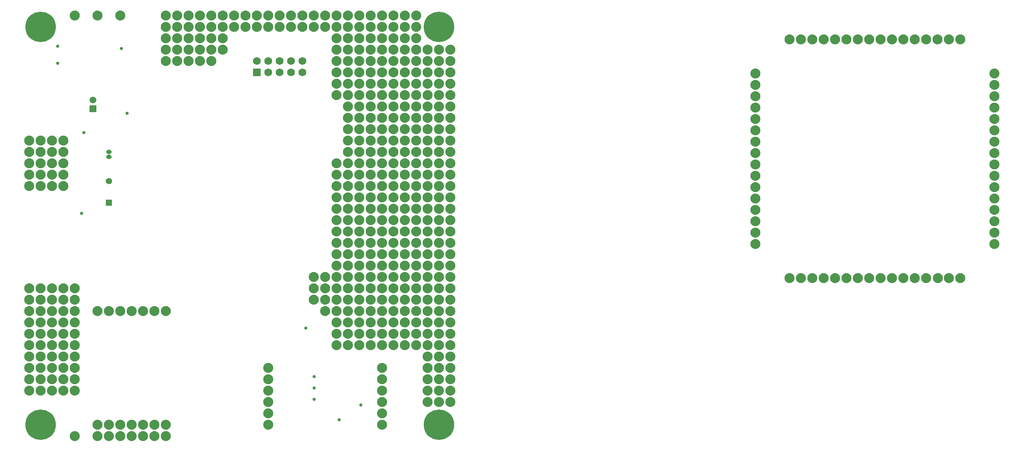
<source format=gbs>
G04 Layer_Color=8150272*
%FSLAX25Y25*%
%MOIN*%
G70*
G01*
G75*
%ADD58C,0.08800*%
%ADD59C,0.05918*%
%ADD60R,0.05918X0.05918*%
%ADD61C,0.26784*%
%ADD62C,0.06800*%
%ADD63R,0.06800X0.06800*%
%ADD64R,0.05524X0.05524*%
%ADD65C,0.05524*%
%ADD66O,0.04737X0.03753*%
%ADD67C,0.02800*%
D58*
X688000Y269000D02*
D03*
Y279000D02*
D03*
Y289000D02*
D03*
Y299000D02*
D03*
X798000Y189000D02*
D03*
X788000D02*
D03*
X738000D02*
D03*
X728000D02*
D03*
X898000Y259000D02*
D03*
Y269000D02*
D03*
Y279000D02*
D03*
Y289000D02*
D03*
X818000Y399000D02*
D03*
X848000D02*
D03*
X838000D02*
D03*
X828000D02*
D03*
X90000Y420000D02*
D03*
Y50000D02*
D03*
X170000D02*
D03*
Y60000D02*
D03*
X120000D02*
D03*
X110000D02*
D03*
X170000Y160000D02*
D03*
X160000D02*
D03*
X150000D02*
D03*
X140000D02*
D03*
X130000D02*
D03*
X120000D02*
D03*
X110000D02*
D03*
X160000Y50000D02*
D03*
Y60000D02*
D03*
X150000Y50000D02*
D03*
Y60000D02*
D03*
X140000Y50000D02*
D03*
Y60000D02*
D03*
X130000Y50000D02*
D03*
Y60000D02*
D03*
X120000Y50000D02*
D03*
X110000D02*
D03*
X260000Y60000D02*
D03*
Y70000D02*
D03*
Y80000D02*
D03*
Y90000D02*
D03*
Y100000D02*
D03*
Y110000D02*
D03*
X360000Y60000D02*
D03*
Y70000D02*
D03*
Y80000D02*
D03*
Y90000D02*
D03*
Y100000D02*
D03*
Y110000D02*
D03*
X688000Y309000D02*
D03*
X868000Y189000D02*
D03*
X768000D02*
D03*
X748000D02*
D03*
X718000D02*
D03*
X898000Y249000D02*
D03*
X688000Y219000D02*
D03*
Y229000D02*
D03*
Y319000D02*
D03*
Y329000D02*
D03*
Y339000D02*
D03*
Y359000D02*
D03*
X728000Y399000D02*
D03*
X758000D02*
D03*
X898000Y219000D02*
D03*
X898000Y229000D02*
D03*
Y239000D02*
D03*
X688000Y349000D02*
D03*
X898000Y299000D02*
D03*
X798000Y399000D02*
D03*
X898000Y309000D02*
D03*
X898000Y319000D02*
D03*
X898000Y329000D02*
D03*
Y339000D02*
D03*
X898000Y349000D02*
D03*
X868000Y399000D02*
D03*
X858000D02*
D03*
X808000Y399000D02*
D03*
X788000D02*
D03*
X778000Y399000D02*
D03*
X768000Y399000D02*
D03*
X748000D02*
D03*
X738000Y399000D02*
D03*
X898000Y359000D02*
D03*
X848016Y189000D02*
D03*
X838000D02*
D03*
X828000D02*
D03*
X818000D02*
D03*
X808000D02*
D03*
X778000D02*
D03*
X718000Y399000D02*
D03*
X758000Y189000D02*
D03*
X688000Y369000D02*
D03*
Y249000D02*
D03*
X858000Y189000D02*
D03*
X898000Y369000D02*
D03*
X688000Y259000D02*
D03*
Y239000D02*
D03*
X130000Y420000D02*
D03*
X110000D02*
D03*
X330000Y370000D02*
D03*
X340000D02*
D03*
X360000D02*
D03*
X350000D02*
D03*
X390000D02*
D03*
X380000D02*
D03*
X370000D02*
D03*
X400000D02*
D03*
X420000D02*
D03*
X410000D02*
D03*
Y360000D02*
D03*
X420000D02*
D03*
X400000D02*
D03*
X370000D02*
D03*
X380000D02*
D03*
X390000D02*
D03*
X350000D02*
D03*
X360000D02*
D03*
X340000D02*
D03*
X330000D02*
D03*
Y340000D02*
D03*
X340000D02*
D03*
X360000D02*
D03*
X350000D02*
D03*
X390000D02*
D03*
X380000D02*
D03*
X370000D02*
D03*
X400000D02*
D03*
X420000D02*
D03*
X410000D02*
D03*
Y350000D02*
D03*
X420000D02*
D03*
X400000D02*
D03*
X370000D02*
D03*
X380000D02*
D03*
X390000D02*
D03*
X350000D02*
D03*
X360000D02*
D03*
X340000D02*
D03*
X330000D02*
D03*
Y320000D02*
D03*
X340000D02*
D03*
X360000D02*
D03*
X350000D02*
D03*
X390000D02*
D03*
X380000D02*
D03*
X370000D02*
D03*
X400000D02*
D03*
X420000D02*
D03*
X410000D02*
D03*
Y330000D02*
D03*
X420000D02*
D03*
X400000D02*
D03*
X370000D02*
D03*
X380000D02*
D03*
X390000D02*
D03*
X350000D02*
D03*
X360000D02*
D03*
X340000D02*
D03*
X330000D02*
D03*
Y300000D02*
D03*
X340000D02*
D03*
X360000D02*
D03*
X350000D02*
D03*
X390000D02*
D03*
X380000D02*
D03*
X370000D02*
D03*
X400000D02*
D03*
X420000D02*
D03*
X410000D02*
D03*
Y310000D02*
D03*
X420000D02*
D03*
X400000D02*
D03*
X370000D02*
D03*
X380000D02*
D03*
X390000D02*
D03*
X350000D02*
D03*
X360000D02*
D03*
X340000D02*
D03*
X330000D02*
D03*
Y280000D02*
D03*
X340000D02*
D03*
X360000D02*
D03*
X350000D02*
D03*
X390000D02*
D03*
X380000D02*
D03*
X370000D02*
D03*
X400000D02*
D03*
X420000D02*
D03*
X410000D02*
D03*
Y290000D02*
D03*
X420000D02*
D03*
X400000D02*
D03*
X370000D02*
D03*
X380000D02*
D03*
X390000D02*
D03*
X350000D02*
D03*
X360000D02*
D03*
X340000D02*
D03*
X330000D02*
D03*
Y380000D02*
D03*
X340000D02*
D03*
X360000D02*
D03*
X350000D02*
D03*
X390000D02*
D03*
X380000D02*
D03*
X370000D02*
D03*
X400000D02*
D03*
X420000D02*
D03*
X410000D02*
D03*
Y390000D02*
D03*
X420000D02*
D03*
X400000D02*
D03*
X370000D02*
D03*
X380000D02*
D03*
X390000D02*
D03*
X350000D02*
D03*
X360000D02*
D03*
X340000D02*
D03*
X330000D02*
D03*
Y210000D02*
D03*
X340000D02*
D03*
X360000D02*
D03*
X350000D02*
D03*
X390000D02*
D03*
X380000D02*
D03*
X370000D02*
D03*
X400000D02*
D03*
X420000D02*
D03*
X410000D02*
D03*
Y200000D02*
D03*
X420000D02*
D03*
X400000D02*
D03*
X370000D02*
D03*
X380000D02*
D03*
X390000D02*
D03*
X350000D02*
D03*
X360000D02*
D03*
X340000D02*
D03*
X330000D02*
D03*
Y230000D02*
D03*
X340000D02*
D03*
X360000D02*
D03*
X350000D02*
D03*
X390000D02*
D03*
X380000D02*
D03*
X370000D02*
D03*
X400000D02*
D03*
X420000D02*
D03*
X410000D02*
D03*
Y220000D02*
D03*
X420000D02*
D03*
X400000D02*
D03*
X370000D02*
D03*
X380000D02*
D03*
X390000D02*
D03*
X350000D02*
D03*
X360000D02*
D03*
X340000D02*
D03*
X330000D02*
D03*
Y250000D02*
D03*
X340000D02*
D03*
X360000D02*
D03*
X350000D02*
D03*
X390000D02*
D03*
X380000D02*
D03*
X370000D02*
D03*
X400000D02*
D03*
X420000D02*
D03*
X410000D02*
D03*
Y240000D02*
D03*
X420000D02*
D03*
X400000D02*
D03*
X370000D02*
D03*
X380000D02*
D03*
X390000D02*
D03*
X350000D02*
D03*
X360000D02*
D03*
X340000D02*
D03*
X330000D02*
D03*
Y270000D02*
D03*
X340000D02*
D03*
X360000D02*
D03*
X350000D02*
D03*
X390000D02*
D03*
X380000D02*
D03*
X370000D02*
D03*
X400000D02*
D03*
X420000D02*
D03*
X410000D02*
D03*
Y260000D02*
D03*
X420000D02*
D03*
X400000D02*
D03*
X370000D02*
D03*
X380000D02*
D03*
X390000D02*
D03*
X350000D02*
D03*
X360000D02*
D03*
X340000D02*
D03*
X330000D02*
D03*
Y180000D02*
D03*
X340000D02*
D03*
X360000D02*
D03*
X350000D02*
D03*
X390000D02*
D03*
X380000D02*
D03*
X370000D02*
D03*
X400000D02*
D03*
X420000D02*
D03*
X410000D02*
D03*
Y190000D02*
D03*
X420000D02*
D03*
X400000D02*
D03*
X370000D02*
D03*
X380000D02*
D03*
X390000D02*
D03*
X350000D02*
D03*
X360000D02*
D03*
X340000D02*
D03*
X330000D02*
D03*
Y160000D02*
D03*
X340000D02*
D03*
X360000D02*
D03*
X350000D02*
D03*
X390000D02*
D03*
X380000D02*
D03*
X370000D02*
D03*
X400000D02*
D03*
X420000D02*
D03*
X410000D02*
D03*
Y170000D02*
D03*
X420000D02*
D03*
X400000D02*
D03*
X370000D02*
D03*
X380000D02*
D03*
X390000D02*
D03*
X350000D02*
D03*
X360000D02*
D03*
X340000D02*
D03*
X330000D02*
D03*
Y140000D02*
D03*
X340000D02*
D03*
X360000D02*
D03*
X350000D02*
D03*
X390000D02*
D03*
X380000D02*
D03*
X370000D02*
D03*
X400000D02*
D03*
X420000D02*
D03*
X410000D02*
D03*
Y130000D02*
D03*
X420000D02*
D03*
X400000D02*
D03*
X370000D02*
D03*
X380000D02*
D03*
X390000D02*
D03*
X350000D02*
D03*
X360000D02*
D03*
X340000D02*
D03*
X330000D02*
D03*
X410000Y150000D02*
D03*
X420000D02*
D03*
X400000D02*
D03*
X370000D02*
D03*
X380000D02*
D03*
X390000D02*
D03*
X350000D02*
D03*
X360000D02*
D03*
X340000D02*
D03*
X330000D02*
D03*
X320000D02*
D03*
Y130000D02*
D03*
Y140000D02*
D03*
Y170000D02*
D03*
Y160000D02*
D03*
Y190000D02*
D03*
Y180000D02*
D03*
Y260000D02*
D03*
Y270000D02*
D03*
Y240000D02*
D03*
Y250000D02*
D03*
Y220000D02*
D03*
Y230000D02*
D03*
Y200000D02*
D03*
Y210000D02*
D03*
Y290000D02*
D03*
Y280000D02*
D03*
X330000Y420000D02*
D03*
X340000D02*
D03*
X360000D02*
D03*
X350000D02*
D03*
X390000D02*
D03*
X380000D02*
D03*
X370000D02*
D03*
Y410000D02*
D03*
X380000D02*
D03*
X390000D02*
D03*
X350000D02*
D03*
X360000D02*
D03*
X340000D02*
D03*
X330000D02*
D03*
X370000Y400000D02*
D03*
X380000D02*
D03*
X390000D02*
D03*
X350000D02*
D03*
X360000D02*
D03*
X340000D02*
D03*
X330000D02*
D03*
X400000Y90000D02*
D03*
X420000D02*
D03*
X410000D02*
D03*
Y80000D02*
D03*
X420000D02*
D03*
X400000D02*
D03*
Y110000D02*
D03*
X420000D02*
D03*
X410000D02*
D03*
Y100000D02*
D03*
X420000D02*
D03*
X400000D02*
D03*
X410000Y120000D02*
D03*
X420000D02*
D03*
X400000D02*
D03*
X260000Y410000D02*
D03*
X270000D02*
D03*
X290000D02*
D03*
X280000D02*
D03*
X320000D02*
D03*
X310000D02*
D03*
X300000D02*
D03*
Y420000D02*
D03*
X310000D02*
D03*
X320000D02*
D03*
X280000D02*
D03*
X290000D02*
D03*
X270000D02*
D03*
X260000D02*
D03*
X190000Y410000D02*
D03*
X200000D02*
D03*
X220000D02*
D03*
X210000D02*
D03*
X250000D02*
D03*
X240000D02*
D03*
X230000D02*
D03*
Y420000D02*
D03*
X240000D02*
D03*
X250000D02*
D03*
X210000D02*
D03*
X220000D02*
D03*
X200000D02*
D03*
X190000D02*
D03*
X170000Y390000D02*
D03*
X190000D02*
D03*
X180000D02*
D03*
X220000D02*
D03*
X210000D02*
D03*
X200000D02*
D03*
Y400000D02*
D03*
X210000D02*
D03*
X220000D02*
D03*
X180000D02*
D03*
X190000D02*
D03*
X170000D02*
D03*
Y420000D02*
D03*
X180000D02*
D03*
Y410000D02*
D03*
X170000D02*
D03*
X200000Y380000D02*
D03*
X210000D02*
D03*
X180000D02*
D03*
X190000D02*
D03*
X170000D02*
D03*
X320000Y400000D02*
D03*
Y390000D02*
D03*
Y360000D02*
D03*
Y370000D02*
D03*
Y380000D02*
D03*
Y350000D02*
D03*
X310000Y180000D02*
D03*
Y190000D02*
D03*
Y160000D02*
D03*
Y170000D02*
D03*
X300000Y180000D02*
D03*
Y190000D02*
D03*
Y170000D02*
D03*
X60000Y90000D02*
D03*
X50000D02*
D03*
X70000D02*
D03*
X90000D02*
D03*
X80000D02*
D03*
X60000Y110000D02*
D03*
X50000D02*
D03*
X70000D02*
D03*
X90000D02*
D03*
X80000D02*
D03*
Y100000D02*
D03*
X90000D02*
D03*
X70000D02*
D03*
X50000D02*
D03*
X60000D02*
D03*
Y180000D02*
D03*
X50000D02*
D03*
X70000D02*
D03*
X90000D02*
D03*
X80000D02*
D03*
X60000Y160000D02*
D03*
X50000D02*
D03*
X70000D02*
D03*
X90000D02*
D03*
X80000D02*
D03*
Y170000D02*
D03*
X90000D02*
D03*
X70000D02*
D03*
X50000D02*
D03*
X60000D02*
D03*
Y140000D02*
D03*
X50000D02*
D03*
X70000D02*
D03*
X90000D02*
D03*
X80000D02*
D03*
Y150000D02*
D03*
X90000D02*
D03*
X70000D02*
D03*
X50000D02*
D03*
X60000D02*
D03*
Y120000D02*
D03*
X50000D02*
D03*
X70000D02*
D03*
X90000D02*
D03*
X80000D02*
D03*
Y130000D02*
D03*
X90000D02*
D03*
X70000D02*
D03*
X50000D02*
D03*
X60000D02*
D03*
X50000Y300000D02*
D03*
X60000D02*
D03*
X80000D02*
D03*
X70000D02*
D03*
Y290000D02*
D03*
X80000D02*
D03*
X60000D02*
D03*
X50000D02*
D03*
X70000Y310000D02*
D03*
X80000D02*
D03*
X60000D02*
D03*
X50000D02*
D03*
Y270000D02*
D03*
X60000D02*
D03*
X80000D02*
D03*
X70000D02*
D03*
Y280000D02*
D03*
X80000D02*
D03*
X60000D02*
D03*
X50000D02*
D03*
D59*
X106000Y345937D02*
D03*
D60*
Y338063D02*
D03*
D61*
X410000Y410000D02*
D03*
Y60000D02*
D03*
X60000D02*
D03*
Y410000D02*
D03*
D62*
X290000Y380000D02*
D03*
Y370000D02*
D03*
X280000Y380000D02*
D03*
Y370000D02*
D03*
X250000Y380000D02*
D03*
X260000Y370000D02*
D03*
Y380000D02*
D03*
X270000Y370000D02*
D03*
Y380000D02*
D03*
D63*
X250000Y370000D02*
D03*
D64*
X120000Y255394D02*
D03*
D65*
X120000Y274606D02*
D03*
D66*
X120000Y300165D02*
D03*
Y295835D02*
D03*
D67*
X98000Y317000D02*
D03*
X136000Y334000D02*
D03*
X75000Y378000D02*
D03*
X293000Y145000D02*
D03*
X341098Y77500D02*
D03*
X300114Y82500D02*
D03*
X300106Y92492D02*
D03*
Y102492D02*
D03*
X322106Y64492D02*
D03*
X96000Y246000D02*
D03*
X75000Y393000D02*
D03*
X131000Y391000D02*
D03*
M02*

</source>
